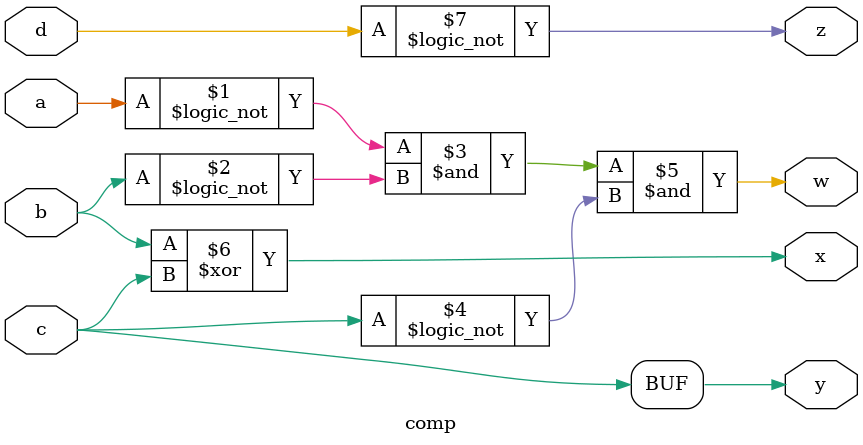
<source format=v>
module comp(a,b,c,d,w,x,y,z);
input a,b,c,d;
output w,x,y,z;

assign w = !a & !b & !c;
assign x = b ^ c;
assign y = c;
assign z = !d;

endmodule 
</source>
